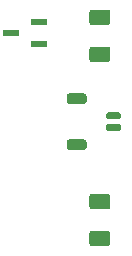
<source format=gbr>
%TF.GenerationSoftware,KiCad,Pcbnew,5.1.9*%
%TF.CreationDate,2021-01-06T21:23:30+01:00*%
%TF.ProjectId,powerpack,706f7765-7270-4616-936b-2e6b69636164,rev?*%
%TF.SameCoordinates,Original*%
%TF.FileFunction,Paste,Top*%
%TF.FilePolarity,Positive*%
%FSLAX46Y46*%
G04 Gerber Fmt 4.6, Leading zero omitted, Abs format (unit mm)*
G04 Created by KiCad (PCBNEW 5.1.9) date 2021-01-06 21:23:30*
%MOMM*%
%LPD*%
G01*
G04 APERTURE LIST*
%ADD10R,1.380000X0.600000*%
G04 APERTURE END LIST*
D10*
%TO.C,U1*%
X173510800Y-27127200D03*
X175840800Y-26177200D03*
X175840800Y-28077200D03*
%TD*%
%TO.C,C1*%
G36*
G01*
X180349997Y-43876800D02*
X181650003Y-43876800D01*
G75*
G02*
X181900000Y-44126797I0J-249997D01*
G01*
X181900000Y-44951803D01*
G75*
G02*
X181650003Y-45201800I-249997J0D01*
G01*
X180349997Y-45201800D01*
G75*
G02*
X180100000Y-44951803I0J249997D01*
G01*
X180100000Y-44126797D01*
G75*
G02*
X180349997Y-43876800I249997J0D01*
G01*
G37*
G36*
G01*
X180349997Y-40751800D02*
X181650003Y-40751800D01*
G75*
G02*
X181900000Y-41001797I0J-249997D01*
G01*
X181900000Y-41826803D01*
G75*
G02*
X181650003Y-42076800I-249997J0D01*
G01*
X180349997Y-42076800D01*
G75*
G02*
X180100000Y-41826803I0J249997D01*
G01*
X180100000Y-41001797D01*
G75*
G02*
X180349997Y-40751800I249997J0D01*
G01*
G37*
%TD*%
%TO.C,C2*%
G36*
G01*
X180349997Y-25156200D02*
X181650003Y-25156200D01*
G75*
G02*
X181900000Y-25406197I0J-249997D01*
G01*
X181900000Y-26231203D01*
G75*
G02*
X181650003Y-26481200I-249997J0D01*
G01*
X180349997Y-26481200D01*
G75*
G02*
X180100000Y-26231203I0J249997D01*
G01*
X180100000Y-25406197D01*
G75*
G02*
X180349997Y-25156200I249997J0D01*
G01*
G37*
G36*
G01*
X180349997Y-28281200D02*
X181650003Y-28281200D01*
G75*
G02*
X181900000Y-28531197I0J-249997D01*
G01*
X181900000Y-29356203D01*
G75*
G02*
X181650003Y-29606200I-249997J0D01*
G01*
X180349997Y-29606200D01*
G75*
G02*
X180100000Y-29356203I0J249997D01*
G01*
X180100000Y-28531197D01*
G75*
G02*
X180349997Y-28281200I249997J0D01*
G01*
G37*
%TD*%
%TO.C,J1*%
G36*
G01*
X181692400Y-33845600D02*
X182642400Y-33845600D01*
G75*
G02*
X182792400Y-33995600I0J-150000D01*
G01*
X182792400Y-34295600D01*
G75*
G02*
X182642400Y-34445600I-150000J0D01*
G01*
X181692400Y-34445600D01*
G75*
G02*
X181542400Y-34295600I0J150000D01*
G01*
X181542400Y-33995600D01*
G75*
G02*
X181692400Y-33845600I150000J0D01*
G01*
G37*
G36*
G01*
X181692400Y-34845600D02*
X182642400Y-34845600D01*
G75*
G02*
X182792400Y-34995600I0J-150000D01*
G01*
X182792400Y-35295600D01*
G75*
G02*
X182642400Y-35445600I-150000J0D01*
G01*
X181692400Y-35445600D01*
G75*
G02*
X181542400Y-35295600I0J150000D01*
G01*
X181542400Y-34995600D01*
G75*
G02*
X181692400Y-34845600I150000J0D01*
G01*
G37*
G36*
G01*
X178417400Y-32245600D02*
X179667400Y-32245600D01*
G75*
G02*
X179892400Y-32470600I0J-225000D01*
G01*
X179892400Y-32920600D01*
G75*
G02*
X179667400Y-33145600I-225000J0D01*
G01*
X178417400Y-33145600D01*
G75*
G02*
X178192400Y-32920600I0J225000D01*
G01*
X178192400Y-32470600D01*
G75*
G02*
X178417400Y-32245600I225000J0D01*
G01*
G37*
G36*
G01*
X178417400Y-36145600D02*
X179667400Y-36145600D01*
G75*
G02*
X179892400Y-36370600I0J-225000D01*
G01*
X179892400Y-36820600D01*
G75*
G02*
X179667400Y-37045600I-225000J0D01*
G01*
X178417400Y-37045600D01*
G75*
G02*
X178192400Y-36820600I0J225000D01*
G01*
X178192400Y-36370600D01*
G75*
G02*
X178417400Y-36145600I225000J0D01*
G01*
G37*
%TD*%
M02*

</source>
